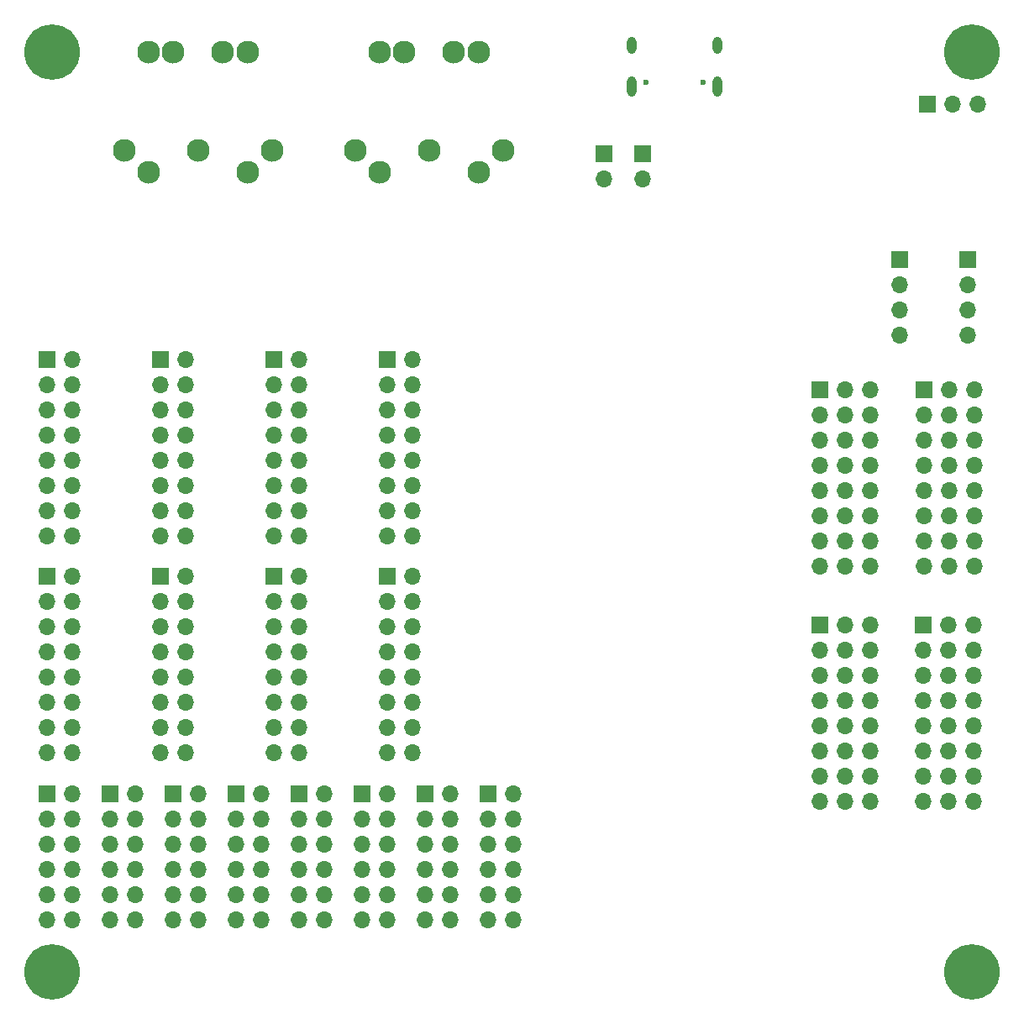
<source format=gbs>
G04 #@! TF.GenerationSoftware,KiCad,Pcbnew,6.0.9*
G04 #@! TF.CreationDate,2022-11-24T22:44:38+01:00*
G04 #@! TF.ProjectId,OpenDeck-r2.2.0,4f70656e-4465-4636-9b2d-72322e322e30,rev?*
G04 #@! TF.SameCoordinates,Original*
G04 #@! TF.FileFunction,Soldermask,Bot*
G04 #@! TF.FilePolarity,Negative*
%FSLAX46Y46*%
G04 Gerber Fmt 4.6, Leading zero omitted, Abs format (unit mm)*
G04 Created by KiCad (PCBNEW 6.0.9) date 2022-11-24 22:44:38*
%MOMM*%
%LPD*%
G01*
G04 APERTURE LIST*
%ADD10R,1.700000X1.700000*%
%ADD11O,1.700000X1.700000*%
%ADD12C,0.600000*%
%ADD13O,0.950000X2.050000*%
%ADD14O,0.950000X1.750000*%
%ADD15C,5.600000*%
%ADD16C,2.300000*%
G04 APERTURE END LIST*
D10*
X127000000Y-133400000D03*
D11*
X129540000Y-133400000D03*
X127000000Y-135940000D03*
X129540000Y-135940000D03*
X127000000Y-138480000D03*
X129540000Y-138480000D03*
X127000000Y-141020000D03*
X129540000Y-141020000D03*
X127000000Y-143560000D03*
X129540000Y-143560000D03*
X127000000Y-146100000D03*
X129540000Y-146100000D03*
D12*
X167790000Y-61680000D03*
X162010000Y-61680000D03*
D13*
X169225000Y-62170000D03*
X160575000Y-62170000D03*
D14*
X169225000Y-58000000D03*
X160575000Y-58000000D03*
D10*
X146050000Y-133400000D03*
D11*
X148590000Y-133400000D03*
X146050000Y-135940000D03*
X148590000Y-135940000D03*
X146050000Y-138480000D03*
X148590000Y-138480000D03*
X146050000Y-141020000D03*
X148590000Y-141020000D03*
X146050000Y-143560000D03*
X148590000Y-143560000D03*
X146050000Y-146100000D03*
X148590000Y-146100000D03*
D15*
X102146100Y-58648600D03*
D10*
X113025000Y-111506000D03*
D11*
X115565000Y-111506000D03*
X113025000Y-114046000D03*
X115565000Y-114046000D03*
X113025000Y-116586000D03*
X115565000Y-116586000D03*
X113025000Y-119126000D03*
X115565000Y-119126000D03*
X113025000Y-121666000D03*
X115565000Y-121666000D03*
X113025000Y-124206000D03*
X115565000Y-124206000D03*
X113025000Y-126746000D03*
X115565000Y-126746000D03*
X113025000Y-129286000D03*
X115565000Y-129286000D03*
D10*
X187600000Y-79600000D03*
D11*
X187600000Y-82140000D03*
X187600000Y-84680000D03*
X187600000Y-87220000D03*
D10*
X157800000Y-68900000D03*
D11*
X157800000Y-71440000D03*
D10*
X120650000Y-133400000D03*
D11*
X123190000Y-133400000D03*
X120650000Y-135940000D03*
X123190000Y-135940000D03*
X120650000Y-138480000D03*
X123190000Y-138480000D03*
X120650000Y-141020000D03*
X123190000Y-141020000D03*
X120650000Y-143560000D03*
X123190000Y-143560000D03*
X120650000Y-146100000D03*
X123190000Y-146100000D03*
D10*
X161700000Y-68925000D03*
D11*
X161700000Y-71465000D03*
D10*
X179555000Y-92700000D03*
D11*
X179555000Y-95240000D03*
X179555000Y-97780000D03*
X179555000Y-100320000D03*
X179555000Y-102860000D03*
X179555000Y-105400000D03*
X179555000Y-107940000D03*
X179555000Y-110480000D03*
X182095000Y-92700000D03*
X182095000Y-95240000D03*
X182095000Y-97780000D03*
X182095000Y-100320000D03*
X182095000Y-102860000D03*
X182095000Y-105400000D03*
X182095000Y-107940000D03*
X182095000Y-110480000D03*
X184635000Y-92700000D03*
X184635000Y-95240000D03*
X184635000Y-97780000D03*
X184635000Y-100320000D03*
X184635000Y-102860000D03*
X184635000Y-105400000D03*
X184635000Y-107940000D03*
X184635000Y-110480000D03*
D15*
X194856100Y-151358600D03*
D10*
X139700000Y-133400000D03*
D11*
X142240000Y-133400000D03*
X139700000Y-135940000D03*
X142240000Y-135940000D03*
X139700000Y-138480000D03*
X142240000Y-138480000D03*
X139700000Y-141020000D03*
X142240000Y-141020000D03*
X139700000Y-143560000D03*
X142240000Y-143560000D03*
X139700000Y-146100000D03*
X142240000Y-146100000D03*
D15*
X194856100Y-58648600D03*
D10*
X101600000Y-89662000D03*
D11*
X104140000Y-89662000D03*
X101600000Y-92202000D03*
X104140000Y-92202000D03*
X101600000Y-94742000D03*
X104140000Y-94742000D03*
X101600000Y-97282000D03*
X104140000Y-97282000D03*
X101600000Y-99822000D03*
X104140000Y-99822000D03*
X101600000Y-102362000D03*
X104140000Y-102362000D03*
X101600000Y-104902000D03*
X104140000Y-104902000D03*
X101600000Y-107442000D03*
X104140000Y-107442000D03*
D10*
X190000000Y-92700000D03*
D11*
X190000000Y-95240000D03*
X190000000Y-97780000D03*
X190000000Y-100320000D03*
X190000000Y-102860000D03*
X190000000Y-105400000D03*
X190000000Y-107940000D03*
X190000000Y-110480000D03*
X192540000Y-92700000D03*
X192540000Y-95240000D03*
X192540000Y-97780000D03*
X192540000Y-100320000D03*
X192540000Y-102860000D03*
X192540000Y-105400000D03*
X192540000Y-107940000D03*
X192540000Y-110480000D03*
X195080000Y-92700000D03*
X195080000Y-95240000D03*
X195080000Y-97780000D03*
X195080000Y-100320000D03*
X195080000Y-102860000D03*
X195080000Y-105400000D03*
X195080000Y-107940000D03*
X195080000Y-110480000D03*
D10*
X179555000Y-116400000D03*
D11*
X179555000Y-118940000D03*
X179555000Y-121480000D03*
X179555000Y-124020000D03*
X179555000Y-126560000D03*
X179555000Y-129100000D03*
X179555000Y-131640000D03*
X179555000Y-134180000D03*
X182095000Y-116400000D03*
X182095000Y-118940000D03*
X182095000Y-121480000D03*
X182095000Y-124020000D03*
X182095000Y-126560000D03*
X182095000Y-129100000D03*
X182095000Y-131640000D03*
X182095000Y-134180000D03*
X184635000Y-116400000D03*
X184635000Y-118940000D03*
X184635000Y-121480000D03*
X184635000Y-124020000D03*
X184635000Y-126560000D03*
X184635000Y-129100000D03*
X184635000Y-131640000D03*
X184635000Y-134180000D03*
D10*
X189960000Y-116400000D03*
D11*
X189960000Y-118940000D03*
X189960000Y-121480000D03*
X189960000Y-124020000D03*
X189960000Y-126560000D03*
X189960000Y-129100000D03*
X189960000Y-131640000D03*
X189960000Y-134180000D03*
X192500000Y-116400000D03*
X192500000Y-118940000D03*
X192500000Y-121480000D03*
X192500000Y-124020000D03*
X192500000Y-126560000D03*
X192500000Y-129100000D03*
X192500000Y-131640000D03*
X192500000Y-134180000D03*
X195040000Y-116400000D03*
X195040000Y-118940000D03*
X195040000Y-121480000D03*
X195040000Y-124020000D03*
X195040000Y-126560000D03*
X195040000Y-129100000D03*
X195040000Y-131640000D03*
X195040000Y-134180000D03*
D10*
X107950000Y-133400000D03*
D11*
X110490000Y-133400000D03*
X107950000Y-135940000D03*
X110490000Y-135940000D03*
X107950000Y-138480000D03*
X110490000Y-138480000D03*
X107950000Y-141020000D03*
X110490000Y-141020000D03*
X107950000Y-143560000D03*
X110490000Y-143560000D03*
X107950000Y-146100000D03*
X110490000Y-146100000D03*
D10*
X114300000Y-133400000D03*
D11*
X116840000Y-133400000D03*
X114300000Y-135940000D03*
X116840000Y-135940000D03*
X114300000Y-138480000D03*
X116840000Y-138480000D03*
X114300000Y-141020000D03*
X116840000Y-141020000D03*
X114300000Y-143560000D03*
X116840000Y-143560000D03*
X114300000Y-146100000D03*
X116840000Y-146100000D03*
D10*
X113025000Y-89662000D03*
D11*
X115565000Y-89662000D03*
X113025000Y-92202000D03*
X115565000Y-92202000D03*
X113025000Y-94742000D03*
X115565000Y-94742000D03*
X113025000Y-97282000D03*
X115565000Y-97282000D03*
X113025000Y-99822000D03*
X115565000Y-99822000D03*
X113025000Y-102362000D03*
X115565000Y-102362000D03*
X113025000Y-104902000D03*
X115565000Y-104902000D03*
X113025000Y-107442000D03*
X115565000Y-107442000D03*
D10*
X124460000Y-111506000D03*
D11*
X127000000Y-111506000D03*
X124460000Y-114046000D03*
X127000000Y-114046000D03*
X124460000Y-116586000D03*
X127000000Y-116586000D03*
X124460000Y-119126000D03*
X127000000Y-119126000D03*
X124460000Y-121666000D03*
X127000000Y-121666000D03*
X124460000Y-124206000D03*
X127000000Y-124206000D03*
X124460000Y-126746000D03*
X127000000Y-126746000D03*
X124460000Y-129286000D03*
X127000000Y-129286000D03*
D10*
X101600000Y-133400000D03*
D11*
X104140000Y-133400000D03*
X101600000Y-135940000D03*
X104140000Y-135940000D03*
X101600000Y-138480000D03*
X104140000Y-138480000D03*
X101600000Y-141020000D03*
X104140000Y-141020000D03*
X101600000Y-143560000D03*
X104140000Y-143560000D03*
X101600000Y-146100000D03*
X104140000Y-146100000D03*
D10*
X101600000Y-111506000D03*
D11*
X104140000Y-111506000D03*
X101600000Y-114046000D03*
X104140000Y-114046000D03*
X101600000Y-116586000D03*
X104140000Y-116586000D03*
X101600000Y-119126000D03*
X104140000Y-119126000D03*
X101600000Y-121666000D03*
X104140000Y-121666000D03*
X101600000Y-124206000D03*
X104140000Y-124206000D03*
X101600000Y-126746000D03*
X104140000Y-126746000D03*
X101600000Y-129286000D03*
X104140000Y-129286000D03*
D15*
X102146100Y-151358600D03*
D16*
X109400000Y-68600000D03*
X116850000Y-68600000D03*
X124300000Y-68600000D03*
X111850000Y-70800000D03*
X121850000Y-70800000D03*
X121850000Y-58650000D03*
X111850000Y-58650000D03*
X114350000Y-58650000D03*
X119350000Y-58650000D03*
X132700000Y-68600000D03*
X140150000Y-68600000D03*
X147600000Y-68600000D03*
X135150000Y-70800000D03*
X145150000Y-70800000D03*
X145150000Y-58650000D03*
X135150000Y-58650000D03*
X137650000Y-58650000D03*
X142650000Y-58650000D03*
D10*
X124460000Y-89662000D03*
D11*
X127000000Y-89662000D03*
X124460000Y-92202000D03*
X127000000Y-92202000D03*
X124460000Y-94742000D03*
X127000000Y-94742000D03*
X124460000Y-97282000D03*
X127000000Y-97282000D03*
X124460000Y-99822000D03*
X127000000Y-99822000D03*
X124460000Y-102362000D03*
X127000000Y-102362000D03*
X124460000Y-104902000D03*
X127000000Y-104902000D03*
X124460000Y-107442000D03*
X127000000Y-107442000D03*
D10*
X135890000Y-111506000D03*
D11*
X138430000Y-111506000D03*
X135890000Y-114046000D03*
X138430000Y-114046000D03*
X135890000Y-116586000D03*
X138430000Y-116586000D03*
X135890000Y-119126000D03*
X138430000Y-119126000D03*
X135890000Y-121666000D03*
X138430000Y-121666000D03*
X135890000Y-124206000D03*
X138430000Y-124206000D03*
X135890000Y-126746000D03*
X138430000Y-126746000D03*
X135890000Y-129286000D03*
X138430000Y-129286000D03*
D10*
X133350000Y-133400000D03*
D11*
X135890000Y-133400000D03*
X133350000Y-135940000D03*
X135890000Y-135940000D03*
X133350000Y-138480000D03*
X135890000Y-138480000D03*
X133350000Y-141020000D03*
X135890000Y-141020000D03*
X133350000Y-143560000D03*
X135890000Y-143560000D03*
X133350000Y-146100000D03*
X135890000Y-146100000D03*
D10*
X190400000Y-63900000D03*
D11*
X192940000Y-63900000D03*
X195480000Y-63900000D03*
D10*
X194400000Y-79600000D03*
D11*
X194400000Y-82140000D03*
X194400000Y-84680000D03*
X194400000Y-87220000D03*
D10*
X135890000Y-89662000D03*
D11*
X138430000Y-89662000D03*
X135890000Y-92202000D03*
X138430000Y-92202000D03*
X135890000Y-94742000D03*
X138430000Y-94742000D03*
X135890000Y-97282000D03*
X138430000Y-97282000D03*
X135890000Y-99822000D03*
X138430000Y-99822000D03*
X135890000Y-102362000D03*
X138430000Y-102362000D03*
X135890000Y-104902000D03*
X138430000Y-104902000D03*
X135890000Y-107442000D03*
X138430000Y-107442000D03*
M02*

</source>
